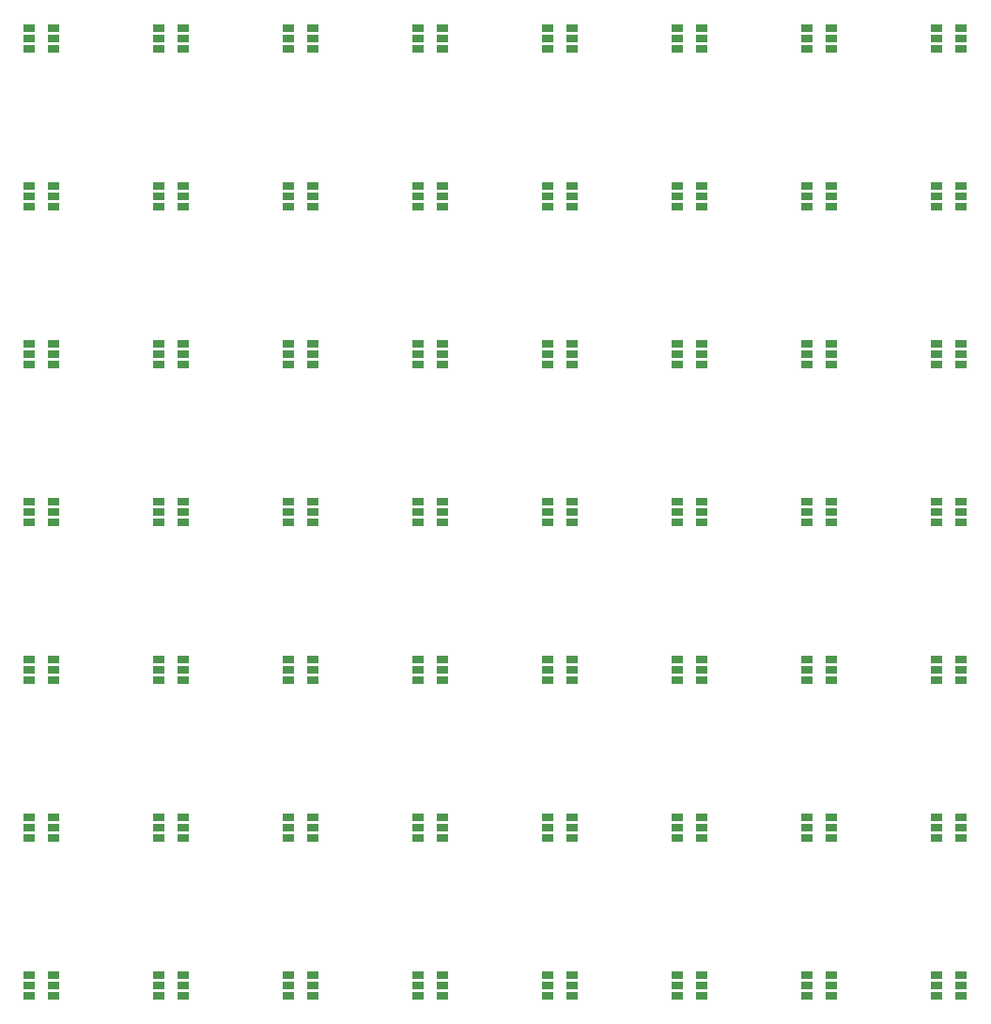
<source format=gbr>
G04 #@! TF.GenerationSoftware,KiCad,Pcbnew,(5.1.4)-1*
G04 #@! TF.CreationDate,2020-04-16T14:11:21+01:00*
G04 #@! TF.ProjectId,sot23Breakout,736f7432-3342-4726-9561-6b6f75742e6b,rev?*
G04 #@! TF.SameCoordinates,Original*
G04 #@! TF.FileFunction,Paste,Top*
G04 #@! TF.FilePolarity,Positive*
%FSLAX46Y46*%
G04 Gerber Fmt 4.6, Leading zero omitted, Abs format (unit mm)*
G04 Created by KiCad (PCBNEW (5.1.4)-1) date 2020-04-16 14:11:21*
%MOMM*%
%LPD*%
G04 APERTURE LIST*
%ADD10R,1.060000X0.650000*%
G04 APERTURE END LIST*
D10*
X75100000Y-85410000D03*
X75100000Y-86360000D03*
X75100000Y-87310000D03*
X77300000Y-87310000D03*
X77300000Y-85410000D03*
X77300000Y-86360000D03*
X110152000Y-85410000D03*
X110152000Y-86360000D03*
X110152000Y-87310000D03*
X112352000Y-87310000D03*
X112352000Y-85410000D03*
X112352000Y-86360000D03*
X65616000Y-86360000D03*
X65616000Y-85410000D03*
X65616000Y-87310000D03*
X63416000Y-87310000D03*
X63416000Y-86360000D03*
X63416000Y-85410000D03*
X86784000Y-85410000D03*
X86784000Y-86360000D03*
X86784000Y-87310000D03*
X88984000Y-87310000D03*
X88984000Y-85410000D03*
X88984000Y-86360000D03*
X98468000Y-85410000D03*
X98468000Y-86360000D03*
X98468000Y-87310000D03*
X100668000Y-87310000D03*
X100668000Y-85410000D03*
X100668000Y-86360000D03*
X42248000Y-86360000D03*
X42248000Y-85410000D03*
X42248000Y-87310000D03*
X40048000Y-87310000D03*
X40048000Y-86360000D03*
X40048000Y-85410000D03*
X28364000Y-85410000D03*
X28364000Y-86360000D03*
X28364000Y-87310000D03*
X30564000Y-87310000D03*
X30564000Y-85410000D03*
X30564000Y-86360000D03*
X53932000Y-86360000D03*
X53932000Y-85410000D03*
X53932000Y-87310000D03*
X51732000Y-87310000D03*
X51732000Y-86360000D03*
X51732000Y-85410000D03*
X63416000Y-99634000D03*
X63416000Y-100584000D03*
X63416000Y-101534000D03*
X65616000Y-101534000D03*
X65616000Y-99634000D03*
X65616000Y-100584000D03*
X30564000Y-100584000D03*
X30564000Y-99634000D03*
X30564000Y-101534000D03*
X28364000Y-101534000D03*
X28364000Y-100584000D03*
X28364000Y-99634000D03*
X88984000Y-100584000D03*
X88984000Y-99634000D03*
X88984000Y-101534000D03*
X86784000Y-101534000D03*
X86784000Y-100584000D03*
X86784000Y-99634000D03*
X100668000Y-100584000D03*
X100668000Y-99634000D03*
X100668000Y-101534000D03*
X98468000Y-101534000D03*
X98468000Y-100584000D03*
X98468000Y-99634000D03*
X51732000Y-99634000D03*
X51732000Y-100584000D03*
X51732000Y-101534000D03*
X53932000Y-101534000D03*
X53932000Y-99634000D03*
X53932000Y-100584000D03*
X40048000Y-99634000D03*
X40048000Y-100584000D03*
X40048000Y-101534000D03*
X42248000Y-101534000D03*
X42248000Y-99634000D03*
X42248000Y-100584000D03*
X75100000Y-113858000D03*
X75100000Y-114808000D03*
X75100000Y-115758000D03*
X77300000Y-115758000D03*
X77300000Y-113858000D03*
X77300000Y-114808000D03*
X110152000Y-113858000D03*
X110152000Y-114808000D03*
X110152000Y-115758000D03*
X112352000Y-115758000D03*
X112352000Y-113858000D03*
X112352000Y-114808000D03*
X65616000Y-114808000D03*
X65616000Y-113858000D03*
X65616000Y-115758000D03*
X63416000Y-115758000D03*
X63416000Y-114808000D03*
X63416000Y-113858000D03*
X86784000Y-113858000D03*
X86784000Y-114808000D03*
X86784000Y-115758000D03*
X88984000Y-115758000D03*
X88984000Y-113858000D03*
X88984000Y-114808000D03*
X112352000Y-100584000D03*
X112352000Y-99634000D03*
X112352000Y-101534000D03*
X110152000Y-101534000D03*
X110152000Y-100584000D03*
X110152000Y-99634000D03*
X77300000Y-100584000D03*
X77300000Y-99634000D03*
X77300000Y-101534000D03*
X75100000Y-101534000D03*
X75100000Y-100584000D03*
X75100000Y-99634000D03*
X98468000Y-113858000D03*
X98468000Y-114808000D03*
X98468000Y-115758000D03*
X100668000Y-115758000D03*
X100668000Y-113858000D03*
X100668000Y-114808000D03*
X42248000Y-114808000D03*
X42248000Y-113858000D03*
X42248000Y-115758000D03*
X40048000Y-115758000D03*
X40048000Y-114808000D03*
X40048000Y-113858000D03*
X28364000Y-113858000D03*
X28364000Y-114808000D03*
X28364000Y-115758000D03*
X30564000Y-115758000D03*
X30564000Y-113858000D03*
X30564000Y-114808000D03*
X53932000Y-114808000D03*
X53932000Y-113858000D03*
X53932000Y-115758000D03*
X51732000Y-115758000D03*
X51732000Y-114808000D03*
X51732000Y-113858000D03*
X63416000Y-128082000D03*
X63416000Y-129032000D03*
X63416000Y-129982000D03*
X65616000Y-129982000D03*
X65616000Y-128082000D03*
X65616000Y-129032000D03*
X30564000Y-129032000D03*
X30564000Y-128082000D03*
X30564000Y-129982000D03*
X28364000Y-129982000D03*
X28364000Y-129032000D03*
X28364000Y-128082000D03*
X88984000Y-129032000D03*
X88984000Y-128082000D03*
X88984000Y-129982000D03*
X86784000Y-129982000D03*
X86784000Y-129032000D03*
X86784000Y-128082000D03*
X100668000Y-129032000D03*
X100668000Y-128082000D03*
X100668000Y-129982000D03*
X98468000Y-129982000D03*
X98468000Y-129032000D03*
X98468000Y-128082000D03*
X51732000Y-128082000D03*
X51732000Y-129032000D03*
X51732000Y-129982000D03*
X53932000Y-129982000D03*
X53932000Y-128082000D03*
X53932000Y-129032000D03*
X40048000Y-128082000D03*
X40048000Y-129032000D03*
X40048000Y-129982000D03*
X42248000Y-129982000D03*
X42248000Y-128082000D03*
X42248000Y-129032000D03*
X75100000Y-142306000D03*
X75100000Y-143256000D03*
X75100000Y-144206000D03*
X77300000Y-144206000D03*
X77300000Y-142306000D03*
X77300000Y-143256000D03*
X110152000Y-142306000D03*
X110152000Y-143256000D03*
X110152000Y-144206000D03*
X112352000Y-144206000D03*
X112352000Y-142306000D03*
X112352000Y-143256000D03*
X65616000Y-143256000D03*
X65616000Y-142306000D03*
X65616000Y-144206000D03*
X63416000Y-144206000D03*
X63416000Y-143256000D03*
X63416000Y-142306000D03*
X86784000Y-142306000D03*
X86784000Y-143256000D03*
X86784000Y-144206000D03*
X88984000Y-144206000D03*
X88984000Y-142306000D03*
X88984000Y-143256000D03*
X112352000Y-129032000D03*
X112352000Y-128082000D03*
X112352000Y-129982000D03*
X110152000Y-129982000D03*
X110152000Y-129032000D03*
X110152000Y-128082000D03*
X77300000Y-129032000D03*
X77300000Y-128082000D03*
X77300000Y-129982000D03*
X75100000Y-129982000D03*
X75100000Y-129032000D03*
X75100000Y-128082000D03*
X98468000Y-142306000D03*
X98468000Y-143256000D03*
X98468000Y-144206000D03*
X100668000Y-144206000D03*
X100668000Y-142306000D03*
X100668000Y-143256000D03*
X42248000Y-143256000D03*
X42248000Y-142306000D03*
X42248000Y-144206000D03*
X40048000Y-144206000D03*
X40048000Y-143256000D03*
X40048000Y-142306000D03*
X28364000Y-142306000D03*
X28364000Y-143256000D03*
X28364000Y-144206000D03*
X30564000Y-144206000D03*
X30564000Y-142306000D03*
X30564000Y-143256000D03*
X53932000Y-143256000D03*
X53932000Y-142306000D03*
X53932000Y-144206000D03*
X51732000Y-144206000D03*
X51732000Y-143256000D03*
X51732000Y-142306000D03*
X75100000Y-156530000D03*
X75100000Y-157480000D03*
X75100000Y-158430000D03*
X77300000Y-158430000D03*
X77300000Y-156530000D03*
X77300000Y-157480000D03*
X110152000Y-156530000D03*
X110152000Y-157480000D03*
X110152000Y-158430000D03*
X112352000Y-158430000D03*
X112352000Y-156530000D03*
X112352000Y-157480000D03*
X65616000Y-157480000D03*
X65616000Y-156530000D03*
X65616000Y-158430000D03*
X63416000Y-158430000D03*
X63416000Y-157480000D03*
X63416000Y-156530000D03*
X86784000Y-156530000D03*
X86784000Y-157480000D03*
X86784000Y-158430000D03*
X88984000Y-158430000D03*
X88984000Y-156530000D03*
X88984000Y-157480000D03*
X98468000Y-156530000D03*
X98468000Y-157480000D03*
X98468000Y-158430000D03*
X100668000Y-158430000D03*
X100668000Y-156530000D03*
X100668000Y-157480000D03*
X42248000Y-157480000D03*
X42248000Y-156530000D03*
X42248000Y-158430000D03*
X40048000Y-158430000D03*
X40048000Y-157480000D03*
X40048000Y-156530000D03*
X28364000Y-156530000D03*
X28364000Y-157480000D03*
X28364000Y-158430000D03*
X30564000Y-158430000D03*
X30564000Y-156530000D03*
X30564000Y-157480000D03*
X53932000Y-157480000D03*
X53932000Y-156530000D03*
X53932000Y-158430000D03*
X51732000Y-158430000D03*
X51732000Y-157480000D03*
X51732000Y-156530000D03*
X100668000Y-171704000D03*
X100668000Y-170754000D03*
X100668000Y-172654000D03*
X98468000Y-172654000D03*
X98468000Y-171704000D03*
X98468000Y-170754000D03*
X112352000Y-171704000D03*
X112352000Y-170754000D03*
X112352000Y-172654000D03*
X110152000Y-172654000D03*
X110152000Y-171704000D03*
X110152000Y-170754000D03*
X77300000Y-171704000D03*
X77300000Y-170754000D03*
X77300000Y-172654000D03*
X75100000Y-172654000D03*
X75100000Y-171704000D03*
X75100000Y-170754000D03*
X63416000Y-170754000D03*
X63416000Y-171704000D03*
X63416000Y-172654000D03*
X65616000Y-172654000D03*
X65616000Y-170754000D03*
X65616000Y-171704000D03*
X88984000Y-171704000D03*
X88984000Y-170754000D03*
X88984000Y-172654000D03*
X86784000Y-172654000D03*
X86784000Y-171704000D03*
X86784000Y-170754000D03*
X51732000Y-170754000D03*
X51732000Y-171704000D03*
X51732000Y-172654000D03*
X53932000Y-172654000D03*
X53932000Y-170754000D03*
X53932000Y-171704000D03*
X40048000Y-170754000D03*
X40048000Y-171704000D03*
X40048000Y-172654000D03*
X42248000Y-172654000D03*
X42248000Y-170754000D03*
X42248000Y-171704000D03*
X30564000Y-171704000D03*
X30564000Y-170754000D03*
X30564000Y-172654000D03*
X28364000Y-172654000D03*
X28364000Y-171704000D03*
X28364000Y-170754000D03*
M02*

</source>
